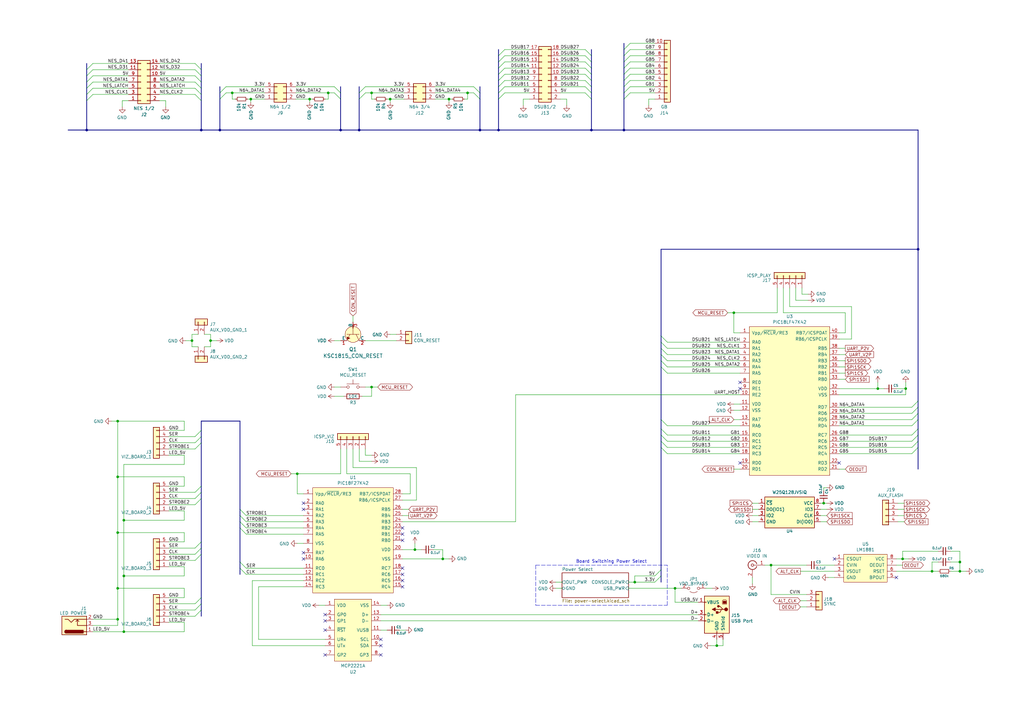
<source format=kicad_sch>
(kicad_sch (version 20211123) (generator eeschema)
  (paper "A3")
  (junction (at 300.99 128.27))
  (junction (at 48.26 195.58))
  (junction (at 102.87 40.64))
  (junction (at 48.26 172.72))
  (junction (at 242.57 53.34))
  (junction (at 260.35 238.76))
  (junction (at 191.77 38.1))
  (junction (at 50.8 259.08))
  (junction (at 147.32 53.34))
  (junction (at 48.26 241.3))
  (junction (at 337.82 206.375))
  (junction (at 276.86 241.3))
  (junction (at 184.15 40.64))
  (junction (at 371.475 159.385))
  (junction (at 393.7 230.505))
  (junction (at 152.4 38.1))
  (junction (at 152.4 158.75))
  (junction (at 86.36 139.7))
  (junction (at 316.23 231.775))
  (junction (at 121.92 194.31))
  (junction (at 204.47 53.34))
  (junction (at 255.905 53.34))
  (junction (at 181.61 229.235))
  (junction (at 376.555 102.235))
  (junction (at 170.18 225.425))
  (junction (at 127 40.64))
  (junction (at 139.7 53.34))
  (junction (at 50.8 236.22))
  (junction (at 82.55 53.34))
  (junction (at 35.56 53.34))
  (junction (at 360.045 159.385))
  (junction (at 48.26 254))
  (junction (at 50.8 213.36))
  (junction (at 160.02 40.64))
  (junction (at 393.7 234.315))
  (junction (at 48.26 218.44))
  (junction (at 382.27 234.315))
  (junction (at 90.17 53.34))
  (junction (at 134.62 38.1))
  (junction (at 95.25 38.1))
  (junction (at 78.74 139.7))
  (junction (at 370.205 229.235))
  (junction (at 294.005 264.795))
  (junction (at 196.85 53.34))
  (no_connect (at 124.46 206.375))
  (no_connect (at 156.21 268.605))
  (no_connect (at 156.21 264.795))
  (no_connect (at 124.46 226.695))
  (no_connect (at 133.35 258.445))
  (no_connect (at 344.17 189.865))
  (no_connect (at 165.1 235.585))
  (no_connect (at 303.53 189.865))
  (no_connect (at 133.35 254.635))
  (no_connect (at 124.46 208.915))
  (no_connect (at 133.35 268.605))
  (no_connect (at 165.1 238.125))
  (no_connect (at 303.53 159.385))
  (no_connect (at 165.1 233.045))
  (no_connect (at 124.46 229.235))
  (no_connect (at 165.1 221.615))
  (no_connect (at 342.265 229.235))
  (no_connect (at 165.1 216.535))
  (no_connect (at 165.1 240.665))
  (no_connect (at 367.665 236.855))
  (no_connect (at 303.53 156.845))
  (no_connect (at 156.21 262.255))
  (no_connect (at 133.35 252.095))
  (no_connect (at 165.1 219.075))
  (bus_entry (at 80.01 224.79) (size 2.54 -2.54))
  (bus_entry (at 240.03 22.86) (size 2.54 2.54))
  (bus_entry (at 376.555 178.435) (size -2.54 2.54))
  (bus_entry (at 240.03 38.1) (size 2.54 2.54))
  (bus_entry (at 38.1 38.735) (size -2.54 2.54))
  (bus_entry (at 240.03 20.32) (size 2.54 2.54))
  (bus_entry (at 80.01 184.15) (size 2.54 -2.54))
  (bus_entry (at 207.01 35.56) (size -2.54 2.54))
  (bus_entry (at 80.01 229.87) (size 2.54 -2.54))
  (bus_entry (at 207.01 20.32) (size -2.54 2.54))
  (bus_entry (at 92.71 35.56) (size -2.54 2.54))
  (bus_entry (at 98.425 216.535) (size 2.54 2.54))
  (bus_entry (at 38.1 36.195) (size -2.54 2.54))
  (bus_entry (at 80.01 204.47) (size 2.54 -2.54))
  (bus_entry (at 258.445 35.56) (size -2.54 2.54))
  (bus_entry (at 271.145 145.415) (size 2.54 2.54))
  (bus_entry (at 240.03 35.56) (size 2.54 2.54))
  (bus_entry (at 207.01 25.4) (size -2.54 2.54))
  (bus_entry (at 376.555 164.465) (size -2.54 2.54))
  (bus_entry (at 137.16 38.1) (size 2.54 2.54))
  (bus_entry (at 271.145 137.795) (size 2.54 2.54))
  (bus_entry (at 258.445 33.02) (size -2.54 2.54))
  (bus_entry (at 271.145 233.68) (size -2.54 2.54))
  (bus_entry (at 80.01 33.655) (size 2.54 2.54))
  (bus_entry (at 80.01 227.33) (size 2.54 -2.54))
  (bus_entry (at 207.01 33.02) (size -2.54 2.54))
  (bus_entry (at 271.145 172.085) (size 2.54 2.54))
  (bus_entry (at 376.555 175.895) (size -2.54 2.54))
  (bus_entry (at 376.555 167.005) (size -2.54 2.54))
  (bus_entry (at 207.01 27.94) (size -2.54 2.54))
  (bus_entry (at 376.555 183.515) (size -2.54 2.54))
  (bus_entry (at 258.445 38.1) (size -2.54 2.54))
  (bus_entry (at 207.01 30.48) (size -2.54 2.54))
  (bus_entry (at 194.31 35.56) (size 2.54 2.54))
  (bus_entry (at 80.01 28.575) (size 2.54 2.54))
  (bus_entry (at 80.01 26.035) (size 2.54 2.54))
  (bus_entry (at 100.965 233.045) (size -2.54 -2.54))
  (bus_entry (at 80.01 36.195) (size 2.54 2.54))
  (bus_entry (at 38.1 28.575) (size -2.54 2.54))
  (bus_entry (at 80.01 38.735) (size 2.54 2.54))
  (bus_entry (at 271.145 175.895) (size 2.54 2.54))
  (bus_entry (at 80.01 247.65) (size 2.54 -2.54))
  (bus_entry (at 80.01 250.19) (size 2.54 -2.54))
  (bus_entry (at 271.145 178.435) (size 2.54 2.54))
  (bus_entry (at 38.1 31.115) (size -2.54 2.54))
  (bus_entry (at 271.145 147.955) (size 2.54 2.54))
  (bus_entry (at 258.445 20.32) (size -2.54 2.54))
  (bus_entry (at 271.145 183.515) (size 2.54 2.54))
  (bus_entry (at 80.01 252.73) (size 2.54 -2.54))
  (bus_entry (at 271.145 140.335) (size 2.54 2.54))
  (bus_entry (at 149.86 38.1) (size -2.54 2.54))
  (bus_entry (at 271.145 150.495) (size 2.54 2.54))
  (bus_entry (at 207.01 22.86) (size -2.54 2.54))
  (bus_entry (at 240.03 30.48) (size 2.54 2.54))
  (bus_entry (at 207.01 38.1) (size -2.54 2.54))
  (bus_entry (at 38.1 26.035) (size -2.54 2.54))
  (bus_entry (at 137.16 35.56) (size 2.54 2.54))
  (bus_entry (at 258.445 30.48) (size -2.54 2.54))
  (bus_entry (at 92.71 38.1) (size -2.54 2.54))
  (bus_entry (at 376.555 172.085) (size -2.54 2.54))
  (bus_entry (at 149.86 35.56) (size -2.54 2.54))
  (bus_entry (at 38.1 33.655) (size -2.54 2.54))
  (bus_entry (at 376.555 180.975) (size -2.54 2.54))
  (bus_entry (at 271.145 142.875) (size 2.54 2.54))
  (bus_entry (at 98.425 208.915) (size 2.54 2.54))
  (bus_entry (at 258.445 17.78) (size -2.54 2.54))
  (bus_entry (at 258.445 27.94) (size -2.54 2.54))
  (bus_entry (at 258.445 22.86) (size -2.54 2.54))
  (bus_entry (at 80.01 201.93) (size 2.54 -2.54))
  (bus_entry (at 80.01 31.115) (size 2.54 2.54))
  (bus_entry (at 194.31 38.1) (size 2.54 2.54))
  (bus_entry (at 271.145 180.975) (size 2.54 2.54))
  (bus_entry (at 98.425 213.995) (size 2.54 2.54))
  (bus_entry (at 240.03 25.4) (size 2.54 2.54))
  (bus_entry (at 258.445 25.4) (size -2.54 2.54))
  (bus_entry (at 240.03 33.02) (size 2.54 2.54))
  (bus_entry (at 80.01 179.07) (size 2.54 -2.54))
  (bus_entry (at 80.01 181.61) (size 2.54 -2.54))
  (bus_entry (at 98.425 211.455) (size 2.54 2.54))
  (bus_entry (at 80.01 207.01) (size 2.54 -2.54))
  (bus_entry (at 271.145 236.22) (size -2.54 2.54))
  (bus_entry (at 376.555 169.545) (size -2.54 2.54))
  (bus_entry (at 100.965 235.585) (size -2.54 -2.54))
  (bus_entry (at 240.03 27.94) (size 2.54 2.54))
  (bus (pts (xy 242.57 35.56) (xy 242.57 38.1)))
  (bus (pts (xy 35.56 26.035) (xy 35.56 28.575)))
  (bus (pts (xy 82.55 176.53) (xy 82.55 179.07)))
  (wire (pts (xy 273.685 183.515) (xy 303.53 183.515)))
  (wire (pts (xy 148.59 162.56) (xy 152.4 162.56)))
  (wire (pts (xy 140.97 162.56) (xy 137.16 162.56)))
  (bus (pts (xy 271.145 236.22) (xy 271.145 238.76)))
  (wire (pts (xy 268.605 27.94) (xy 258.445 27.94)))
  (wire (pts (xy 78.74 139.7) (xy 78.74 142.24)))
  (bus (pts (xy 376.555 183.515) (xy 376.555 192.405)))
  (wire (pts (xy 217.17 33.02) (xy 207.01 33.02)))
  (bus (pts (xy 242.57 33.02) (xy 242.57 35.56)))
  (wire (pts (xy 344.17 153.035) (xy 346.71 153.035)))
  (wire (pts (xy 268.605 25.4) (xy 258.445 25.4)))
  (wire (pts (xy 217.17 25.4) (xy 207.01 25.4)))
  (wire (pts (xy 134.62 40.64) (xy 134.62 38.1)))
  (wire (pts (xy 316.23 231.775) (xy 316.23 243.84)))
  (bus (pts (xy 147.32 53.34) (xy 196.85 53.34)))
  (wire (pts (xy 367.665 159.385) (xy 371.475 159.385)))
  (wire (pts (xy 124.46 219.075) (xy 100.965 219.075)))
  (wire (pts (xy 52.705 31.115) (xy 38.1 31.115)))
  (wire (pts (xy 65.405 33.655) (xy 80.01 33.655)))
  (wire (pts (xy 328.93 120.65) (xy 331.47 120.65)))
  (bus (pts (xy 376.555 164.465) (xy 376.555 167.005)))
  (wire (pts (xy 52.705 26.035) (xy 38.1 26.035)))
  (wire (pts (xy 75.565 195.58) (xy 48.26 195.58)))
  (wire (pts (xy 276.86 247.015) (xy 276.86 241.3)))
  (wire (pts (xy 75.565 176.53) (xy 75.565 172.72)))
  (bus (pts (xy 271.145 175.895) (xy 271.145 178.435)))
  (wire (pts (xy 75.565 255.27) (xy 75.565 259.08)))
  (wire (pts (xy 268.605 22.86) (xy 258.445 22.86)))
  (wire (pts (xy 229.87 38.1) (xy 240.03 38.1)))
  (wire (pts (xy 96.52 40.64) (xy 95.25 40.64)))
  (wire (pts (xy 273.685 186.055) (xy 303.53 186.055)))
  (wire (pts (xy 165.1 229.235) (xy 181.61 229.235)))
  (wire (pts (xy 370.84 206.375) (xy 368.3 206.375)))
  (bus (pts (xy 271.145 183.515) (xy 271.145 233.68)))
  (wire (pts (xy 268.605 17.78) (xy 258.445 17.78)))
  (bus (pts (xy 204.47 40.64) (xy 204.47 53.34)))
  (bus (pts (xy 271.145 102.235) (xy 271.145 137.795)))
  (wire (pts (xy 127 40.64) (xy 121.285 40.64)))
  (bus (pts (xy 82.55 181.61) (xy 82.55 199.39)))
  (wire (pts (xy 166.37 258.445) (xy 163.83 258.445)))
  (bus (pts (xy 255.905 30.48) (xy 255.905 33.02)))
  (bus (pts (xy 35.56 41.275) (xy 35.56 53.34)))
  (wire (pts (xy 328.93 120.65) (xy 328.93 118.11)))
  (wire (pts (xy 393.7 230.505) (xy 393.7 234.315)))
  (wire (pts (xy 168.275 194.31) (xy 142.24 194.31)))
  (wire (pts (xy 149.86 186.69) (xy 149.86 184.15)))
  (wire (pts (xy 330.835 246.38) (xy 328.295 246.38)))
  (wire (pts (xy 75.565 199.39) (xy 75.565 195.58)))
  (polyline (pts (xy 219.71 248.285) (xy 273.685 248.285)) (stroke (width 0) (type dash)))
  (bus (pts (xy 82.55 172.72) (xy 98.425 172.72)))
  (bus (pts (xy 242.57 20.32) (xy 242.57 22.86)))
  (wire (pts (xy 86.36 139.7) (xy 88.9 139.7)))
  (wire (pts (xy 217.17 40.64) (xy 214.63 40.64)))
  (wire (pts (xy 48.26 195.58) (xy 48.26 218.44)))
  (wire (pts (xy 184.15 40.64) (xy 178.435 40.64)))
  (wire (pts (xy 100.965 211.455) (xy 124.46 211.455)))
  (bus (pts (xy 82.55 172.72) (xy 82.55 176.53)))
  (wire (pts (xy 374.015 174.625) (xy 344.17 174.625)))
  (wire (pts (xy 86.36 137.16) (xy 86.36 139.7)))
  (bus (pts (xy 242.57 40.64) (xy 242.57 53.34)))
  (bus (pts (xy 35.56 38.735) (xy 35.56 41.275)))
  (wire (pts (xy 130.81 248.285) (xy 133.35 248.285)))
  (bus (pts (xy 98.425 211.455) (xy 98.425 213.995)))
  (wire (pts (xy 50.165 43.815) (xy 50.165 41.275)))
  (wire (pts (xy 344.17 159.385) (xy 360.045 159.385)))
  (wire (pts (xy 303.53 168.275) (xy 300.99 168.275)))
  (wire (pts (xy 69.215 179.07) (xy 80.01 179.07)))
  (wire (pts (xy 52.705 41.275) (xy 50.165 41.275)))
  (wire (pts (xy 142.24 194.31) (xy 142.24 184.15)))
  (bus (pts (xy 139.7 53.34) (xy 147.32 53.34)))
  (wire (pts (xy 156.21 248.285) (xy 158.75 248.285)))
  (wire (pts (xy 86.36 142.24) (xy 86.36 139.7)))
  (bus (pts (xy 82.55 41.275) (xy 82.55 53.34)))
  (wire (pts (xy 139.7 139.7) (xy 137.16 139.7)))
  (bus (pts (xy 242.57 53.34) (xy 255.905 53.34)))
  (wire (pts (xy 229.87 40.64) (xy 232.41 40.64)))
  (bus (pts (xy 90.17 35.56) (xy 90.17 38.1)))
  (wire (pts (xy 75.565 190.5) (xy 50.8 190.5)))
  (wire (pts (xy 121.92 202.565) (xy 124.46 202.565)))
  (bus (pts (xy 147.32 38.1) (xy 147.32 40.64)))
  (wire (pts (xy 273.685 178.435) (xy 303.53 178.435)))
  (bus (pts (xy 376.555 169.545) (xy 376.555 172.085)))
  (wire (pts (xy 260.35 238.76) (xy 260.35 236.22)))
  (bus (pts (xy 82.55 36.195) (xy 82.55 38.735)))
  (wire (pts (xy 139.7 194.31) (xy 139.7 184.15)))
  (wire (pts (xy 367.665 229.235) (xy 370.205 229.235)))
  (wire (pts (xy 370.205 229.235) (xy 372.745 229.235)))
  (bus (pts (xy 204.47 25.4) (xy 204.47 27.94)))
  (wire (pts (xy 165.1 205.105) (xy 170.815 205.105)))
  (bus (pts (xy 376.555 53.34) (xy 376.555 102.235)))
  (wire (pts (xy 393.7 234.315) (xy 389.89 234.315)))
  (wire (pts (xy 374.015 178.435) (xy 344.17 178.435)))
  (wire (pts (xy 78.74 137.16) (xy 81.28 137.16)))
  (wire (pts (xy 106.045 262.255) (xy 106.045 240.665)))
  (wire (pts (xy 368.3 211.455) (xy 370.84 211.455)))
  (wire (pts (xy 144.78 191.77) (xy 144.78 184.15)))
  (wire (pts (xy 167.64 211.455) (xy 165.1 211.455)))
  (wire (pts (xy 374.015 167.005) (xy 344.17 167.005)))
  (wire (pts (xy 368.3 213.995) (xy 370.84 213.995)))
  (wire (pts (xy 374.015 183.515) (xy 344.17 183.515)))
  (wire (pts (xy 170.815 191.77) (xy 144.78 191.77)))
  (wire (pts (xy 217.17 22.86) (xy 207.01 22.86)))
  (wire (pts (xy 149.86 139.7) (xy 162.56 139.7)))
  (bus (pts (xy 82.55 201.93) (xy 82.55 204.47)))
  (wire (pts (xy 119.38 194.31) (xy 121.92 194.31)))
  (wire (pts (xy 160.02 40.64) (xy 165.735 40.64)))
  (wire (pts (xy 65.405 31.115) (xy 80.01 31.115)))
  (wire (pts (xy 75.565 232.41) (xy 75.565 236.22)))
  (wire (pts (xy 69.215 201.93) (xy 80.01 201.93)))
  (bus (pts (xy 35.56 33.655) (xy 35.56 36.195)))
  (bus (pts (xy 82.55 38.735) (xy 82.55 41.275)))
  (wire (pts (xy 232.41 43.18) (xy 232.41 40.64)))
  (bus (pts (xy 82.55 26.035) (xy 82.55 28.575)))
  (bus (pts (xy 196.85 38.1) (xy 196.85 40.64)))
  (wire (pts (xy 156.21 258.445) (xy 158.75 258.445)))
  (bus (pts (xy 376.555 180.975) (xy 376.555 183.515)))
  (wire (pts (xy 75.565 241.3) (xy 48.26 241.3)))
  (wire (pts (xy 184.15 40.64) (xy 184.15 41.91)))
  (bus (pts (xy 271.145 140.335) (xy 271.145 142.875)))
  (wire (pts (xy 100.965 235.585) (xy 124.46 235.585)))
  (wire (pts (xy 374.015 180.975) (xy 344.17 180.975)))
  (wire (pts (xy 360.045 156.845) (xy 360.045 159.385)))
  (bus (pts (xy 98.425 208.915) (xy 98.425 211.455)))
  (bus (pts (xy 204.47 30.48) (xy 204.47 33.02)))
  (wire (pts (xy 78.74 139.7) (xy 76.2 139.7)))
  (wire (pts (xy 268.605 35.56) (xy 258.445 35.56)))
  (bus (pts (xy 139.7 35.56) (xy 139.7 38.1)))
  (wire (pts (xy 298.45 128.27) (xy 300.99 128.27)))
  (wire (pts (xy 273.685 174.625) (xy 303.53 174.625)))
  (bus (pts (xy 376.555 175.895) (xy 376.555 178.435)))
  (wire (pts (xy 344.17 150.495) (xy 346.71 150.495)))
  (wire (pts (xy 121.92 222.885) (xy 124.46 222.885)))
  (wire (pts (xy 165.735 38.1) (xy 152.4 38.1)))
  (bus (pts (xy 255.905 33.02) (xy 255.905 35.56)))
  (bus (pts (xy 82.55 33.655) (xy 82.55 36.195)))
  (wire (pts (xy 389.89 230.505) (xy 393.7 230.505)))
  (wire (pts (xy 294.005 262.255) (xy 294.005 264.795)))
  (wire (pts (xy 124.46 213.995) (xy 100.965 213.995)))
  (wire (pts (xy 346.71 142.875) (xy 344.17 142.875)))
  (wire (pts (xy 75.565 218.44) (xy 48.26 218.44)))
  (wire (pts (xy 83.82 142.24) (xy 86.36 142.24)))
  (wire (pts (xy 260.35 238.76) (xy 268.605 238.76)))
  (wire (pts (xy 227.965 241.3) (xy 230.505 241.3)))
  (wire (pts (xy 139.7 158.75) (xy 137.16 158.75)))
  (wire (pts (xy 296.545 264.795) (xy 296.545 262.255)))
  (wire (pts (xy 217.17 20.32) (xy 207.01 20.32)))
  (wire (pts (xy 48.26 256.54) (xy 48.26 254)))
  (wire (pts (xy 382.27 234.315) (xy 367.665 234.315)))
  (wire (pts (xy 127 40.64) (xy 127 41.91)))
  (bus (pts (xy 82.55 227.33) (xy 82.55 245.11)))
  (bus (pts (xy 90.17 40.64) (xy 90.17 53.34)))
  (wire (pts (xy 102.87 40.64) (xy 102.87 41.91)))
  (wire (pts (xy 342.265 236.855) (xy 339.725 236.855)))
  (wire (pts (xy 318.77 128.27) (xy 318.77 118.11)))
  (wire (pts (xy 165.1 208.915) (xy 167.64 208.915)))
  (wire (pts (xy 170.18 225.425) (xy 172.72 225.425)))
  (wire (pts (xy 128.27 40.64) (xy 127 40.64)))
  (wire (pts (xy 65.405 36.195) (xy 80.01 36.195)))
  (bus (pts (xy 98.425 233.045) (xy 98.425 235.585)))
  (wire (pts (xy 217.17 30.48) (xy 207.01 30.48)))
  (bus (pts (xy 196.85 40.64) (xy 196.85 53.34)))
  (wire (pts (xy 75.565 236.22) (xy 50.8 236.22)))
  (wire (pts (xy 69.215 255.27) (xy 75.565 255.27)))
  (wire (pts (xy 156.21 252.095) (xy 286.385 252.095)))
  (wire (pts (xy 370.205 226.06) (xy 384.81 226.06)))
  (wire (pts (xy 370.205 229.235) (xy 370.205 226.06)))
  (wire (pts (xy 300.99 192.405) (xy 303.53 192.405)))
  (wire (pts (xy 100.965 216.535) (xy 124.46 216.535)))
  (wire (pts (xy 124.46 233.045) (xy 100.965 233.045)))
  (wire (pts (xy 308.61 213.995) (xy 311.15 213.995)))
  (wire (pts (xy 384.81 230.505) (xy 382.27 230.505)))
  (wire (pts (xy 178.435 38.1) (xy 191.77 38.1)))
  (wire (pts (xy 389.89 226.06) (xy 393.7 226.06)))
  (wire (pts (xy 393.7 226.06) (xy 393.7 230.505)))
  (wire (pts (xy 75.565 213.36) (xy 50.8 213.36)))
  (wire (pts (xy 133.35 262.255) (xy 106.045 262.255)))
  (bus (pts (xy 82.55 222.25) (xy 82.55 224.79)))
  (wire (pts (xy 289.56 241.3) (xy 292.1 241.3)))
  (bus (pts (xy 376.555 102.235) (xy 376.555 164.465)))
  (wire (pts (xy 326.39 123.19) (xy 326.39 118.11)))
  (bus (pts (xy 98.425 216.535) (xy 98.425 230.505)))
  (wire (pts (xy 78.74 142.24) (xy 81.28 142.24)))
  (wire (pts (xy 156.21 254.635) (xy 286.385 254.635)))
  (wire (pts (xy 144.78 129.54) (xy 144.78 132.08)))
  (wire (pts (xy 344.17 139.065) (xy 349.25 139.065)))
  (wire (pts (xy 229.87 30.48) (xy 240.03 30.48)))
  (bus (pts (xy 196.85 35.56) (xy 196.85 38.1)))
  (wire (pts (xy 69.215 250.19) (xy 80.01 250.19)))
  (wire (pts (xy 229.87 27.94) (xy 240.03 27.94)))
  (bus (pts (xy 242.57 25.4) (xy 242.57 27.94)))
  (bus (pts (xy 82.55 53.34) (xy 90.17 53.34)))
  (wire (pts (xy 52.705 38.735) (xy 38.1 38.735)))
  (wire (pts (xy 38.1 259.08) (xy 50.8 259.08)))
  (wire (pts (xy 382.27 230.505) (xy 382.27 234.315)))
  (wire (pts (xy 69.215 222.25) (xy 75.565 222.25)))
  (wire (pts (xy 336.55 206.375) (xy 337.82 206.375)))
  (bus (pts (xy 242.57 38.1) (xy 242.57 40.64)))
  (bus (pts (xy 82.55 204.47) (xy 82.55 222.25)))
  (wire (pts (xy 291.465 264.795) (xy 294.005 264.795)))
  (wire (pts (xy 78.74 137.16) (xy 78.74 139.7)))
  (bus (pts (xy 242.57 27.94) (xy 242.57 30.48)))
  (wire (pts (xy 52.705 33.655) (xy 38.1 33.655)))
  (wire (pts (xy 69.215 184.15) (xy 80.01 184.15)))
  (wire (pts (xy 52.705 36.195) (xy 38.1 36.195)))
  (wire (pts (xy 257.81 238.76) (xy 260.35 238.76)))
  (wire (pts (xy 273.685 150.495) (xy 303.53 150.495)))
  (wire (pts (xy 75.565 172.72) (xy 48.26 172.72)))
  (bus (pts (xy 82.55 199.39) (xy 82.55 201.93)))
  (wire (pts (xy 38.1 256.54) (xy 48.26 256.54)))
  (bus (pts (xy 82.55 31.115) (xy 82.55 33.655)))
  (wire (pts (xy 38.1 254) (xy 48.26 254)))
  (wire (pts (xy 337.82 201.295) (xy 337.82 200.025)))
  (wire (pts (xy 121.285 38.1) (xy 134.62 38.1)))
  (wire (pts (xy 75.565 245.11) (xy 75.565 241.3)))
  (wire (pts (xy 165.1 213.995) (xy 211.455 213.995)))
  (wire (pts (xy 344.17 136.525) (xy 346.71 136.525)))
  (wire (pts (xy 48.26 218.44) (xy 48.26 241.3)))
  (bus (pts (xy 255.905 53.34) (xy 376.555 53.34)))
  (bus (pts (xy 255.905 40.64) (xy 255.905 53.34)))
  (bus (pts (xy 139.7 38.1) (xy 139.7 40.64)))
  (wire (pts (xy 266.065 43.18) (xy 266.065 40.64)))
  (wire (pts (xy 121.92 194.31) (xy 121.92 202.565)))
  (wire (pts (xy 108.585 35.56) (xy 92.71 35.56)))
  (bus (pts (xy 255.905 20.32) (xy 255.905 22.86)))
  (wire (pts (xy 323.85 125.73) (xy 323.85 118.11)))
  (wire (pts (xy 101.6 40.64) (xy 102.87 40.64)))
  (bus (pts (xy 376.555 167.005) (xy 376.555 169.545)))
  (wire (pts (xy 374.015 186.055) (xy 344.17 186.055)))
  (bus (pts (xy 204.47 35.56) (xy 204.47 38.1)))
  (wire (pts (xy 344.17 161.925) (xy 371.475 161.925)))
  (bus (pts (xy 204.47 33.02) (xy 204.47 35.56)))
  (wire (pts (xy 162.56 137.16) (xy 160.02 137.16)))
  (wire (pts (xy 330.835 248.92) (xy 328.295 248.92)))
  (bus (pts (xy 82.55 28.575) (xy 82.55 31.115)))
  (wire (pts (xy 268.605 30.48) (xy 258.445 30.48)))
  (bus (pts (xy 255.905 17.78) (xy 255.905 20.32)))
  (wire (pts (xy 300.99 136.525) (xy 303.53 136.525)))
  (wire (pts (xy 273.685 180.975) (xy 303.53 180.975)))
  (wire (pts (xy 368.3 208.915) (xy 370.84 208.915)))
  (wire (pts (xy 217.17 38.1) (xy 207.01 38.1)))
  (bus (pts (xy 82.55 224.79) (xy 82.55 227.33)))
  (wire (pts (xy 273.685 145.415) (xy 303.53 145.415)))
  (wire (pts (xy 95.25 40.64) (xy 95.25 38.1)))
  (wire (pts (xy 45.72 172.72) (xy 48.26 172.72)))
  (wire (pts (xy 311.15 208.915) (xy 308.61 208.915)))
  (wire (pts (xy 152.4 162.56) (xy 152.4 158.75)))
  (wire (pts (xy 273.685 140.335) (xy 303.53 140.335)))
  (bus (pts (xy 98.425 172.72) (xy 98.425 208.915)))
  (wire (pts (xy 152.4 38.1) (xy 149.86 38.1)))
  (wire (pts (xy 177.8 225.425) (xy 181.61 225.425)))
  (wire (pts (xy 133.35 264.795) (xy 103.505 264.795)))
  (wire (pts (xy 336.55 211.455) (xy 339.09 211.455)))
  (wire (pts (xy 152.4 186.69) (xy 149.86 186.69)))
  (wire (pts (xy 168.275 202.565) (xy 168.275 194.31)))
  (wire (pts (xy 191.77 38.1) (xy 194.31 38.1)))
  (wire (pts (xy 371.475 159.385) (xy 371.475 161.925)))
  (wire (pts (xy 69.215 252.73) (xy 80.01 252.73)))
  (wire (pts (xy 185.42 40.64) (xy 184.15 40.64)))
  (wire (pts (xy 190.5 40.64) (xy 191.77 40.64)))
  (wire (pts (xy 83.82 137.16) (xy 86.36 137.16)))
  (wire (pts (xy 316.23 231.775) (xy 330.835 231.775)))
  (wire (pts (xy 217.17 27.94) (xy 207.01 27.94)))
  (wire (pts (xy 69.215 209.55) (xy 75.565 209.55)))
  (bus (pts (xy 376.555 178.435) (xy 376.555 180.975)))
  (wire (pts (xy 342.265 234.315) (xy 328.295 234.315)))
  (bus (pts (xy 271.145 178.435) (xy 271.145 180.975)))
  (wire (pts (xy 108.585 38.1) (xy 95.25 38.1)))
  (wire (pts (xy 152.4 158.75) (xy 149.86 158.75)))
  (bus (pts (xy 82.55 245.11) (xy 82.55 247.65)))
  (wire (pts (xy 191.77 40.64) (xy 191.77 38.1)))
  (wire (pts (xy 158.75 40.64) (xy 160.02 40.64)))
  (wire (pts (xy 268.605 38.1) (xy 258.445 38.1)))
  (bus (pts (xy 271.145 145.415) (xy 271.145 147.955)))
  (wire (pts (xy 69.215 245.11) (xy 75.565 245.11)))
  (wire (pts (xy 69.215 204.47) (xy 80.01 204.47)))
  (wire (pts (xy 229.87 33.02) (xy 240.03 33.02)))
  (wire (pts (xy 133.35 40.64) (xy 134.62 40.64)))
  (bus (pts (xy 147.32 40.64) (xy 147.32 53.34)))
  (wire (pts (xy 134.62 38.1) (xy 137.16 38.1)))
  (wire (pts (xy 335.915 231.775) (xy 342.265 231.775)))
  (wire (pts (xy 268.605 236.22) (xy 260.35 236.22)))
  (wire (pts (xy 95.25 38.1) (xy 92.71 38.1)))
  (wire (pts (xy 229.87 22.86) (xy 240.03 22.86)))
  (wire (pts (xy 48.26 172.72) (xy 48.26 195.58)))
  (wire (pts (xy 273.685 147.955) (xy 303.53 147.955)))
  (wire (pts (xy 229.87 20.32) (xy 240.03 20.32)))
  (wire (pts (xy 349.25 125.73) (xy 323.85 125.73)))
  (wire (pts (xy 273.685 142.875) (xy 303.53 142.875)))
  (wire (pts (xy 337.82 200.025) (xy 339.09 200.025)))
  (bus (pts (xy 271.145 137.795) (xy 271.145 140.335)))
  (polyline (pts (xy 273.685 248.285) (xy 273.685 231.775)) (stroke (width 0) (type dash)))
  (wire (pts (xy 346.71 147.955) (xy 344.17 147.955)))
  (wire (pts (xy 374.015 172.085) (xy 344.17 172.085)))
  (wire (pts (xy 160.02 40.64) (xy 160.02 41.91)))
  (bus (pts (xy 204.47 38.1) (xy 204.47 40.64)))
  (wire (pts (xy 106.045 240.665) (xy 124.46 240.665)))
  (wire (pts (xy 268.605 20.32) (xy 258.445 20.32)))
  (wire (pts (xy 69.215 224.79) (xy 80.01 224.79)))
  (wire (pts (xy 300.99 165.735) (xy 303.53 165.735)))
  (bus (pts (xy 90.17 53.34) (xy 139.7 53.34)))
  (wire (pts (xy 50.8 236.22) (xy 50.8 259.08)))
  (wire (pts (xy 336.55 208.915) (xy 339.09 208.915)))
  (bus (pts (xy 255.905 27.94) (xy 255.905 30.48)))
  (wire (pts (xy 303.53 172.085) (xy 300.99 172.085)))
  (bus (pts (xy 35.56 36.195) (xy 35.56 38.735)))
  (wire (pts (xy 121.92 194.31) (xy 139.7 194.31)))
  (bus (pts (xy 147.32 35.56) (xy 147.32 38.1)))
  (wire (pts (xy 102.87 40.64) (xy 108.585 40.64)))
  (wire (pts (xy 349.25 139.065) (xy 349.25 125.73)))
  (wire (pts (xy 152.4 189.23) (xy 147.32 189.23)))
  (wire (pts (xy 121.285 35.56) (xy 137.16 35.56)))
  (wire (pts (xy 69.215 207.01) (xy 80.01 207.01)))
  (wire (pts (xy 69.215 176.53) (xy 75.565 176.53)))
  (wire (pts (xy 360.045 159.385) (xy 362.585 159.385)))
  (wire (pts (xy 276.86 241.3) (xy 279.4 241.3)))
  (wire (pts (xy 276.86 241.3) (xy 257.81 241.3)))
  (wire (pts (xy 211.455 161.925) (xy 211.455 213.995)))
  (wire (pts (xy 65.405 28.575) (xy 80.01 28.575)))
  (polyline (pts (xy 219.71 231.775) (xy 273.685 231.775)) (stroke (width 0) (type dash)))
  (bus (pts (xy 271.145 142.875) (xy 271.145 145.415)))
  (wire (pts (xy 184.15 229.235) (xy 181.61 229.235)))
  (bus (pts (xy 204.47 53.34) (xy 242.57 53.34)))
  (bus (pts (xy 27.94 53.34) (xy 35.56 53.34)))
  (wire (pts (xy 229.87 25.4) (xy 240.03 25.4)))
  (bus (pts (xy 35.56 53.34) (xy 82.55 53.34)))
  (bus (pts (xy 196.85 53.34) (xy 204.47 53.34)))
  (bus (pts (xy 82.55 250.19) (xy 82.55 252.73)))
  (wire (pts (xy 69.215 227.33) (xy 80.01 227.33)))
  (bus (pts (xy 90.17 38.1) (xy 90.17 40.64)))
  (wire (pts (xy 393.7 234.315) (xy 396.24 234.315)))
  (bus (pts (xy 271.145 150.495) (xy 271.145 172.085)))
  (wire (pts (xy 268.605 40.64) (xy 266.065 40.64)))
  (wire (pts (xy 147.32 189.23) (xy 147.32 184.15)))
  (wire (pts (xy 75.565 209.55) (xy 75.565 213.36)))
  (wire (pts (xy 382.27 234.315) (xy 384.81 234.315)))
  (bus (pts (xy 98.425 230.505) (xy 98.425 233.045)))
  (wire (pts (xy 311.15 211.455) (xy 308.61 211.455)))
  (bus (pts (xy 255.905 35.56) (xy 255.905 38.1)))
  (bus (pts (xy 271.145 172.085) (xy 271.145 175.895)))
  (wire (pts (xy 52.705 28.575) (xy 38.1 28.575)))
  (wire (pts (xy 273.685 153.035) (xy 303.53 153.035)))
  (wire (pts (xy 69.215 181.61) (xy 80.01 181.61)))
  (wire (pts (xy 65.405 41.275) (xy 67.945 41.275)))
  (wire (pts (xy 165.1 202.565) (xy 168.275 202.565)))
  (wire (pts (xy 276.86 247.015) (xy 286.385 247.015)))
  (wire (pts (xy 337.82 206.375) (xy 339.09 206.375)))
  (wire (pts (xy 69.215 232.41) (xy 75.565 232.41)))
  (wire (pts (xy 211.455 161.925) (xy 303.53 161.925)))
  (bus (pts (xy 376.555 172.085) (xy 376.555 175.895)))
  (bus (pts (xy 255.905 22.86) (xy 255.905 25.4)))
  (wire (pts (xy 339.09 213.995) (xy 336.55 213.995)))
  (bus (pts (xy 82.55 179.07) (xy 82.55 181.61)))
  (wire (pts (xy 170.18 222.885) (xy 170.18 225.425)))
  (wire (pts (xy 67.945 41.275) (xy 67.945 43.815)))
  (bus (pts (xy 35.56 31.115) (xy 35.56 33.655)))
  (wire (pts (xy 170.815 205.105) (xy 170.815 191.77)))
  (bus (pts (xy 271.145 233.68) (xy 271.145 236.22)))
  (wire (pts (xy 69.215 199.39) (xy 75.565 199.39)))
  (wire (pts (xy 103.505 264.795) (xy 103.505 238.125)))
  (wire (pts (xy 229.87 35.56) (xy 240.03 35.56)))
  (wire (pts (xy 103.505 238.125) (xy 124.46 238.125)))
  (wire (pts (xy 214.63 43.18) (xy 214.63 40.64)))
  (bus (pts (xy 82.55 247.65) (xy 82.55 250.19)))
  (wire (pts (xy 48.26 241.3) (xy 48.26 254)))
  (bus (pts (xy 271.145 147.955) (xy 271.145 150.495)))
  (wire (pts (xy 69.215 186.69) (xy 75.565 186.69)))
  (wire (pts (xy 374.015 169.545) (xy 344.17 169.545)))
  (wire (pts (xy 50.8 213.36) (xy 50.8 236.22)))
  (wire (pts (xy 321.31 128.27) (xy 321.31 118.11)))
  (wire (pts (xy 75.565 186.69) (xy 75.565 190.5)))
  (wire (pts (xy 316.23 243.84) (xy 330.835 243.84)))
  (bus (pts (xy 98.425 213.995) (xy 98.425 216.535)))
  (wire (pts (xy 371.475 156.845) (xy 371.475 159.385)))
  (wire (pts (xy 308.61 206.375) (xy 311.15 206.375)))
  (bus (pts (xy 204.47 27.94) (xy 204.47 30.48)))
  (bus (pts (xy 35.56 28.575) (xy 35.56 31.115)))
  (wire (pts (xy 69.215 247.65) (xy 80.01 247.65)))
  (bus (pts (xy 139.7 40.64) (xy 139.7 53.34)))
  (wire (pts (xy 50.8 190.5) (xy 50.8 213.36)))
  (wire (pts (xy 344.17 155.575) (xy 346.71 155.575)))
  (wire (pts (xy 300.99 136.525) (xy 300.99 128.27)))
  (wire (pts (xy 344.17 145.415) (xy 346.71 145.415)))
  (wire (pts (xy 367.665 231.775) (xy 370.205 231.775)))
  (wire (pts (xy 75.565 259.08) (xy 50.8 259.08)))
  (wire (pts (xy 313.69 231.775) (xy 316.23 231.775)))
  (wire (pts (xy 346.71 128.27) (xy 321.31 128.27)))
  (wire (pts (xy 331.47 123.19) (xy 326.39 123.19)))
  (bus (pts (xy 255.905 25.4) (xy 255.905 27.94)))
  (wire (pts (xy 75.565 222.25) (xy 75.565 218.44)))
  (wire (pts (xy 308.61 236.855) (xy 308.61 239.395)))
  (wire (pts (xy 165.735 35.56) (xy 149.86 35.56)))
  (wire (pts (xy 346.71 136.525) (xy 346.71 128.27)))
  (bus (pts (xy 204.47 20.32) (xy 204.47 22.86)))
  (wire (pts (xy 181.61 225.425) (xy 181.61 229.235)))
  (wire (pts (xy 294.005 264.795) (xy 296.545 264.795)))
  (polyline (pts (xy 219.71 231.775) (xy 219.71 248.285)) (stroke (width 0) (type dash)))
  (wire (pts (xy 153.67 40.64) (xy 152.4 40.64)))
  (wire (pts (xy 178.435 35.56) (xy 194.31 35.56)))
  (bus (pts (xy 271.145 180.975) (xy 271.145 183.515)))
  (wire (pts (xy 65.405 26.035) (xy 80.01 26.035)))
  (wire (pts (xy 230.505 238.76) (xy 227.965 238.76)))
  (wire (pts (xy 300.99 128.27) (xy 318.77 128.27)))
  (wire (pts (xy 344.17 192.405) (xy 346.71 192.405)))
  (wire (pts (xy 217.17 35.56) (xy 207.01 35.56)))
  (bus (pts (xy 242.57 22.86) (xy 242.57 25.4)))
  (wire (pts (xy 65.405 38.735) (xy 80.01 38.735)))
  (bus (pts (xy 204.47 22.86) (xy 204.47 25.4)))
  (wire (pts (xy 165.1 225.425) (xy 170.18 225.425)))
  (wire (pts (xy 69.215 229.87) (xy 80.01 229.87)))
  (wire (pts (xy 268.605 33.02) (xy 258.445 33.02)))
  (bus (pts (xy 376.555 102.235) (xy 271.145 102.235)))
  (bus (pts (xy 255.905 38.1) (xy 255.905 40.64)))
  (wire (pts (xy 152.4 40.64) (xy 152.4 38.1)))
  (wire (pts (xy 154.94 158.75) (xy 152.4 158.75)))
  (bus (pts (xy 242.57 30.48) (xy 242.57 33.02)))
  (text "Board Switching Power Select" (at 236.22 231.14 0) (effects (font (size 1.27 1.27)) (justify left bottom)))
  (label "5V" (at 52.705 31.115 180))
  (label "DSUB21" (at 291.465 140.335 180))
  (label "LED_5V" (at 38.1 259.08 0))
  (label "N64_DATA3" (at 344.17 169.545 0))
  (label "GB1" (at 268.605 35.56 180))
  (label "STROBE2" (at 69.215 207.01 0))
  (label "N64_DATA3" (at 165.735 38.1 180))
  (label "GB7" (at 344.17 180.975 0))
  (label "STROBE4" (at 100.965 219.075 0))
  (label "GB6" (at 344.17 183.515 0))
  (label "NES_LATCH" (at 303.53 140.335 180))
  (label "DSUB24" (at 229.87 27.94 0))
  (label "GB4" (at 268.605 27.94 180))
  (label "NES_CLK2" (at 303.53 147.955 180))
  (label "DSUB15" (at 217.17 25.4 180))
  (label "GB2" (at 268.605 33.02 180))
  (label "3.3V" (at 268.605 238.76 180))
  (label "GND" (at 165.735 40.64 180))
  (label "GB3" (at 303.53 183.515 180))
  (label "DSUB17" (at 356.235 180.975 0))
  (label "DSUB12" (at 291.465 180.975 180))
  (label "5V" (at 217.17 38.1 180))
  (label "STROBE2" (at 100.965 213.995 0))
  (label "NES_D42" (at 65.405 26.035 0))
  (label "N64_DATA1" (at 344.17 174.625 0))
  (label "CLK" (at 69.215 181.61 0))
  (label "NES_CLK1" (at 303.53 142.875 180))
  (label "USB_5V" (at 286.385 247.015 180))
  (label "GND" (at 69.215 245.11 0))
  (label "DSUB26" (at 229.87 22.86 0))
  (label "GB5" (at 344.17 186.055 0))
  (label "3.3V" (at 178.435 35.56 0))
  (label "CLK" (at 100.965 235.585 0))
  (label "DSUB23" (at 229.87 30.48 0))
  (label "3.3V" (at 108.585 35.56 180))
  (label "3.3V" (at 121.285 35.56 0))
  (label "DSUB22" (at 291.465 142.875 180))
  (label "N64_DATA2" (at 121.285 38.1 0))
  (label "CVIN" (at 328.295 243.84 180))
  (label "5V" (at 65.405 31.115 0))
  (label "GB3" (at 268.605 30.48 180))
  (label "5V" (at 268.605 38.1 180))
  (label "NES_DATA1" (at 52.705 33.655 180))
  (label "D+" (at 286.385 252.095 180))
  (label "LED_5V" (at 69.215 186.69 0))
  (label "NES_DATA2" (at 65.405 33.655 0))
  (label "GND" (at 69.215 199.39 0))
  (label "DSUB17" (at 217.17 20.32 180))
  (label "DSUB22" (at 229.87 33.02 0))
  (label "5V" (at 229.87 38.1 0))
  (label "GB1" (at 303.53 178.435 180))
  (label "GB4" (at 303.53 186.055 180))
  (label "GB6" (at 268.605 22.86 180))
  (label "D-" (at 286.385 254.635 180))
  (label "STROBE1" (at 100.965 211.455 0))
  (label "GND" (at 121.285 40.64 0))
  (label "NES_D31" (at 52.705 28.575 180))
  (label "DSUB12" (at 217.17 33.02 180))
  (label "N64_DATA4" (at 178.435 38.1 0))
  (label "DSUB11" (at 217.17 35.56 180))
  (label "NES_CLK2" (at 65.405 38.735 0))
  (label "NES_LATCH" (at 65.405 36.195 0))
  (label "DSUB27" (at 229.87 20.32 0))
  (label "DSUB16" (at 356.235 183.515 0))
  (label "5V" (at 268.605 236.22 180))
  (label "DSUB13" (at 291.465 183.515 180))
  (label "DSUB11" (at 291.465 178.435 180))
  (label "GB7" (at 268.605 20.32 180))
  (label "NES_LATCH" (at 52.705 36.195 180))
  (label "CLK" (at 69.215 227.33 0))
  (label "GB8" (at 268.605 17.78 180))
  (label "DSUB23" (at 291.465 145.415 180))
  (label "DSUB13" (at 217.17 30.48 180))
  (label "STROBE3" (at 100.965 216.535 0))
  (label "STROBE3" (at 69.215 229.87 0))
  (label "LED_5V" (at 69.215 232.41 0))
  (label "DSUB25" (at 291.465 150.495 180))
  (label "DSUB14" (at 217.17 27.94 180))
  (label "NES_DATA2" (at 303.53 150.495 180))
  (label "DSUB24" (at 291.465 147.955 180))
  (label "N64_DATA1" (at 108.585 38.1 180))
  (label "SER" (at 69.215 224.79 0))
  (label "SER" (at 69.215 179.07 0))
  (label "NES_CLK1" (at 52.705 38.735 180))
  (label "UART_HOST" (at 303.53 161.925 180))
  (label "GB5" (at 268.605 25.4 180))
  (label "GND" (at 108.585 40.64 180))
  (label "DSUB26" (at 291.465 153.035 180))
  (label "N64_DATA2" (at 344.17 172.085 0))
  (label "DSUB21" (at 229.87 35.56 0))
  (label "LED_5V" (at 69.215 255.27 0))
  (label "SER" (at 69.215 201.93 0))
  (label "3.3V" (at 165.735 35.56 180))
  (label "GND" (at 38.1 254 0))
  (label "NES_DATA1" (at 303.53 145.415 180))
  (label "DSUB25" (at 229.87 25.4 0))
  (label "GND" (at 69.215 176.53 0))
  (label "DSUB15" (at 356.235 186.055 0))
  (label "DSUB16" (at 217.17 22.86 180))
  (label "N64_DATA4" (at 344.17 167.005 0))
  (label "STROBE4" (at 69.215 252.73 0))
  (label "LED_5V" (at 69.215 209.55 0))
  (label "GB2" (at 303.53 180.975 180))
  (label "DSUB14" (at 291.465 186.055 180))
  (label "DSUB27" (at 291.465 174.625 180))
  (label "SER" (at 100.965 233.045 0))
  (label "NES_D32" (at 65.405 28.575 0))
  (label "GND" (at 178.435 40.64 0))
  (label "CLK" (at 69.215 204.47 0))
  (label "STROBE1" (at 69.215 184.15 0))
  (label "CLK" (at 69.215 250.19 0))
  (label "SER" (at 69.215 247.65 0))
  (label "NES_D41" (at 52.705 26.035 180))
  (label "GB8" (at 344.17 178.435 0))
  (label "GND" (at 69.215 222.25 0))
  (global_label "CON_RESET" (shape output) (at 300.99 192.405 180) (property "Intersheet References" "${INTERSHEET_REFS}" (effects hide)))
  (global_label "MCU_RESET" (shape bidirectional) (at 298.45 128.27 180) (property "Intersheet References" "${INTERSHEET_REFS}" (effects hide)))
  (global_label "SPI1SDO" (shape output) (at 370.84 206.375 0) (property "Intersheet References" "${INTERSHEET_REFS}" (effects hide)))
  (global_label "SPI1SDI" (shape output) (at 308.61 208.915 180) (property "Intersheet References" "${INTERSHEET_REFS}" (effects hide)))
  (global_label "SPI1SDI" (shape input) (at 370.84 213.995 0) (property "Intersheet References" "${INTERSHEET_REFS}" (effects hide)))
  (global_label "UART_V2P" (shape output) (at 167.64 211.455 0) (property "Intersheet References" "${INTERSHEET_REFS}" (effects hide)))
  (global_label "SPI1CS" (shape output) (at 370.84 211.455 0) (property "Intersheet References" "${INTERSHEET_REFS}" (effects hide)))
  (global_label "SPI1SCK" (shape input) (at 339.09 211.455 0) (property "Intersheet References" "${INTERSHEET_REFS}" (effects hide)))
  (global_label "UART_V2P" (shape input) (at 346.71 145.415 0) (property "Intersheet References" "${INTERSHEET_REFS}" (effects hide)))
  (global_label "SPI1SDO" (shape output) (at 346.71 147.955 0) (property "Intersheet References" "${INTERSHEET_REFS}" (effects hide)))
  (global_label "SPI1CS" (shape output) (at 346.71 153.035 0) (property "Intersheet References" "${INTERSHEET_REFS}" (effects hide)))
  (global_label "ALT_CLK" (shape output) (at 328.295 234.315 180) (property "Intersheet References" "${INTERSHEET_REFS}" (effects hide)))
  (global_label "ALT_CLK" (shape bidirectional) (at 328.295 246.38 180) (property "Intersheet References" "${INTERSHEET_REFS}" (effects hide)))
  (global_label "SPI1SDI" (shape input) (at 346.71 155.575 0) (property "Intersheet References" "${INTERSHEET_REFS}" (effects hide)))
  (global_label "ALT_CLK" (shape input) (at 300.99 172.085 180) (property "Intersheet References" "${INTERSHEET_REFS}" (effects hide)))
  (global_label "MCU_RESET" (shape bidirectional) (at 119.38 194.31 180) (property "Intersheet References" "${INTERSHEET_REFS}" (effects hide)))
  (global_label "SPI1SCK" (shape output) (at 370.84 208.915 0) (property "Intersheet References" "${INTERSHEET_REFS}" (effects hide)))
  (global_label "SPI1SCK" (shape output) (at 346.71 150.495 0) (property "Intersheet References" "${INTERSHEET_REFS}" (effects hide)))
  (global_label "OEOUT" (shape input) (at 346.71 192.405 0) (property "Intersheet References" "${INTERSHEET_REFS}" (effects hide)))
  (global_label "OEOUT" (shape input) (at 328.295 248.92 180) (property "Intersheet References" "${INTERSHEET_REFS}" (effects hide)))
  (global_label "CON_RESET" (shape input) (at 144.78 129.54 90) (property "Intersheet References" "${INTERSHEET_REFS}" (effects hide)))
  (global_label "SPI1CS" (shape input) (at 308.61 206.375 180) (property "Intersheet References" "${INTERSHEET_REFS}" (effects hide)))
  (global_label "SPI1SDO" (shape input) (at 339.09 213.995 0) (property "Intersheet References" "${INTERSHEET_REFS}" (effects hide)))
  (global_label "UART_P2V" (shape input) (at 167.64 208.915 0) (property "Intersheet References" "${INTERSHEET_REFS}" (effects hide)))
  (global_label "UART_P2V" (shape output) (at 346.71 142.875 0) (property "Intersheet References" "${INTERSHEET_REFS}" (effects hide)))
  (global_label "MCU_RESET" (shape bidirectional) (at 154.94 158.75 0) (property "Intersheet References" "${INTERSHEET_REFS}" (effects hide)))
  (global_label "OEOUT" (shape output) (at 370.205 231.775 0) (property "Intersheet References" "${INTERSHEET_REFS}" (effects hide)))
  (symbol (lib_id "pictas-rescue:PIC18LF47K42-pictas") (at 323.85 164.465 0) (unit 1)
    (property "Reference" "U3" (at 323.85 129.794 0))
    (property "Value" "PIC18LF47K42" (at 323.85 132.1054 0))
    (property "Footprint" "Package_DIP:DIP-40_W15.24mm" (effects hide))
  )
  (symbol (lib_id "Connector_Generic:Conn_01x05") (at 323.85 113.03 270) (mirror x) (unit 1)
    (property "Reference" "J17" (at 316.23 114.935 90) (effects (justify right)))
    (property "Value" "ICSP_PLAY" (at 316.23 113.03 90) (effects (justify right)))
    (property "Footprint" "Connector_PinHeader_2.54mm:PinHeader_1x05_P2.54mm_Horizontal" (effects hide))
  )
  (symbol (lib_id "pictas-rescue:W25Q128JVS_PinAligned-Memory_Flash") (at 323.85 210.185 0) (unit 1)
    (property "Reference" "U4" (at 323.85 217.805 0))
    (property "Value" "W25Q128JVSIQ" (at 323.85 201.9046 0))
    (property "Footprint" "Package_SO:SOIC-8_5.275x5.275mm_P1.27mm" (effects hide))
    (property "Datasheet" "http://www.winbond.com/resource-files/w25q32jv%20revg%2003272018%20plus.pdf" (effects hide))
  )
  (symbol (lib_id "Device:R") (at 144.78 162.56 90) (unit 1)
    (property "Reference" "R3" (at 144.78 165.1 90))
    (property "Value" "10K" (at 144.78 162.56 90))
    (property "Footprint" "Resistor_THT:R_Axial_DIN0207_L6.3mm_D2.5mm_P10.16mm_Horizontal" (effects hide))
  )
  (symbol (lib_id "pictas:PIC18F27K42") (at 144.78 221.615 0) (unit 1)
    (property "Reference" "U1" (at 144.78 195.834 0))
    (property "Value" "PIC18F27K42" (at 144.78 198.1454 0))
    (property "Footprint" "Package_DIP:DIP-28_W7.62mm" (effects hide))
  )
  (symbol (lib_id "pictas:MCP2221A") (at 144.78 258.445 0) (unit 1)
    (property "Reference" "U2" (at 144.78 275.59 0))
    (property "Value" "MCP2221A" (at 144.78 273.05 0))
    (property "Footprint" "Package_DIP:DIP-14_W7.62mm" (effects hide))
  )
  (symbol (lib_id "Connector_Generic:Conn_01x05") (at 144.78 179.07 270) (mirror x) (unit 1)
    (property "Reference" "J10" (at 137.16 180.975 90) (effects (justify right)))
    (property "Value" "ICSP_VIZ" (at 137.16 179.07 90) (effects (justify right)))
    (property "Footprint" "Connector_PinHeader_2.54mm:PinHeader_1x05_P2.54mm_Horizontal" (effects hide))
  )
  (symbol (lib_id "Device:C_Small") (at 161.29 258.445 270) (unit 1)
    (property "Reference" "C1" (at 162.56 257.175 90) (effects (font (size 0.9652 0.9652)) (justify left)))
    (property "Value" "0.1uF" (at 162.56 259.715 90) (effects (font (size 0.9652 0.9652)) (justify left)))
    (property "Footprint" "Capacitor_THT:C_Disc_D3.4mm_W2.1mm_P2.50mm" (effects hide))
  )
  (symbol (lib_id "Connector_Generic:Conn_01x05") (at 64.135 250.19 180) (unit 1)
    (property "Reference" "J6" (at 62.23 254 0) (effects (justify left)))
    (property "Value" "VIZ_BOARD_4" (at 62.23 255.905 0) (effects (justify left)))
    (property "Footprint" "Connector_PinHeader_2.54mm:PinHeader_1x05_P2.54mm_Horizontal" (effects hide))
  )
  (symbol (lib_id "Connector:Barrel_Jack_Switch") (at 30.48 256.54 0) (mirror x) (unit 1)
    (property "Reference" "J1" (at 35.56 249.555 0) (effects (justify right)))
    (property "Value" "LED POWER" (at 35.56 251.46 0) (effects (justify right)))
    (property "Footprint" "Connector_BarrelJack:BarrelJack_Horizontal" (effects hide))
  )
  (symbol (lib_id "Connector_Generic:Conn_01x05") (at 64.135 227.33 180) (unit 1)
    (property "Reference" "J5" (at 62.23 231.14 0) (effects (justify left)))
    (property "Value" "VIZ_BOARD_3" (at 62.23 233.045 0) (effects (justify left)))
    (property "Footprint" "Connector_PinHeader_2.54mm:PinHeader_1x05_P2.54mm_Horizontal" (effects hide))
  )
  (symbol (lib_id "Connector_Generic:Conn_01x05") (at 64.135 204.47 180) (unit 1)
    (property "Reference" "J4" (at 62.23 208.28 0) (effects (justify left)))
    (property "Value" "VIZ_BOARD_2" (at 62.23 210.185 0) (effects (justify left)))
    (property "Footprint" "Connector_PinHeader_2.54mm:PinHeader_1x05_P2.54mm_Horizontal" (effects hide))
  )
  (symbol (lib_id "Connector_Generic:Conn_01x05") (at 64.135 181.61 180) (unit 1)
    (property "Reference" "J3" (at 62.23 185.42 0) (effects (justify left)))
    (property "Value" "VIZ_BOARD_1" (at 62.23 187.325 0) (effects (justify left)))
    (property "Footprint" "Connector_PinHeader_2.54mm:PinHeader_1x05_P2.54mm_Horizontal" (effects hide))
  )
  (symbol (lib_id "pictas:LM1881") (at 354.965 233.68 0) (unit 1)
    (property "Reference" "U5" (at 354.965 223.139 0))
    (property "Value" "LM1881" (at 354.965 225.4504 0))
    (property "Footprint" "Package_SO:SOIC-8_3.9x4.9mm_P1.27mm" (effects hide))
  )
  (symbol (lib_id "power:VDD") (at 372.745 229.235 270) (unit 1)
    (property "Reference" "#PWR042" (effects hide))
    (property "Value" "VDD" (at 375.92 229.235 90) (effects (justify left)))
  )
  (symbol (lib_id "power:GND") (at 339.725 236.855 270) (unit 1)
    (property "Reference" "#PWR039" (effects hide))
    (property "Value" "GND" (at 336.4738 236.982 90) (effects (justify right)))
  )
  (symbol (lib_id "Device:C_Small") (at 387.35 230.505 270) (unit 1)
    (property "Reference" "C7" (at 388.62 229.235 90) (effects (font (size 0.9652 0.9652)) (justify left)))
    (property "Value" "0.1uF" (at 382.27 229.235 90) (effects (font (size 0.9652 0.9652)) (justify left)))
    (property "Footprint" "Capacitor_THT:C_Disc_D3.4mm_W2.1mm_P2.50mm" (effects hide))
  )
  (symbol (lib_id "Device:C_Small") (at 333.375 231.775 270) (unit 1)
    (property "Reference" "C3" (at 334.645 230.505 90) (effects (font (size 0.9652 0.9652)) (justify left)))
    (property "Value" "0.1uF" (at 334.645 233.045 90) (effects (font (size 0.9652 0.9652)) (justify left)))
    (property "Footprint" "Capacitor_THT:C_Disc_D3.4mm_W2.1mm_P2.50mm" (effects hide))
  )
  (symbol (lib_id "Connector:Conn_Coaxial") (at 308.61 231.775 0) (mirror y) (unit 1)
    (property "Reference" "J16" (at 310.4388 225.7298 0))
    (property "Value" "VIDEO IN" (at 310.4388 228.0412 0))
    (property "Footprint" "pictas:PJRAN1X1U04X" (effects hide))
    (property "Datasheet" " ~" (effects hide))
  )
  (symbol (lib_id "power:GND") (at 308.61 239.395 0) (unit 1)
    (property "Reference" "#PWR033" (effects hide))
    (property "Value" "GND" (at 308.737 243.7892 0))
  )
  (symbol (lib_id "Connector:USB_B") (at 294.005 252.095 0) (mirror y) (unit 1)
    (property "Reference" "J15" (at 299.847 252.3744 0) (effects (justify right)))
    (property "Value" "USB Port" (at 299.847 254.6858 0) (effects (justify right)))
    (property "Footprint" "Connector_USB:USB_B_OST_USB-B1HSxx_Horizontal" (effects hide))
    (property "Datasheet" " ~" (effects hide))
  )
  (symbol (lib_id "Device:R_Small") (at 387.35 234.315 90) (mirror x) (unit 1)
    (property "Reference" "R6" (at 389.255 233.045 90) (effects (font (size 0.9652 0.9652)) (justify right)))
    (property "Value" "680k" (at 387.35 236.22 90) (effects (font (size 0.9652 0.9652))))
    (property "Footprint" "Resistor_THT:R_Axial_DIN0207_L6.3mm_D2.5mm_P10.16mm_Horizontal" (effects hide))
  )
  (symbol (lib_id "power:GND") (at 396.24 234.315 90) (unit 1)
    (property "Reference" "#PWR043" (effects hide))
    (property "Value" "GND" (at 399.4912 234.188 90) (effects (justify right)))
  )
  (symbol (lib_id "power:VDD") (at 308.61 211.455 90) (unit 1)
    (property "Reference" "#PWR031" (effects hide))
    (property "Value" "VDD" (at 305.435 211.455 90) (effects (justify left)))
  )
  (symbol (lib_id "Connector_Generic:Conn_01x03") (at 335.915 246.38 0) (mirror x) (unit 1)
    (property "Reference" "J18" (at 337.82 245.745 0) (effects (justify left)))
    (property "Value" "SYNC" (at 337.82 247.65 0) (effects (justify left)))
    (property "Footprint" "Connector_PinHeader_2.54mm:PinHeader_1x03_P2.54mm_Horizontal" (effects hide))
  )
  (symbol (lib_id "Jumper:Jumper_2_Open") (at 284.48 241.3 180) (unit 1)
    (property "Reference" "JP1" (at 284.48 237.49 0))
    (property "Value" "VDD_BYPASS" (at 284.48 239.395 0))
    (property "Footprint" "Jumper:SolderJumper-2_P1.3mm_Open_RoundedPad1.0x1.5mm" (effects hide))
  )
  (symbol (lib_id "power:VDD") (at 292.1 241.3 270) (unit 1)
    (property "Reference" "#PWR028" (effects hide))
    (property "Value" "VDD" (at 295.275 241.3 90) (effects (justify left)))
  )
  (symbol (lib_id "Device:C_Small") (at 337.82 203.835 0) (mirror y) (unit 1)
    (property "Reference" "C4" (at 339.09 202.565 90) (effects (font (size 0.9652 0.9652)) (justify left)))
    (property "Value" "0.1uF" (at 336.55 202.565 90) (effects (font (size 0.9652 0.9652)) (justify left)))
    (property "Footprint" "Capacitor_THT:C_Disc_D3.4mm_W2.1mm_P2.50mm" (effects hide))
  )
  (symbol (lib_id "power:VDD") (at 88.9 139.7 270) (unit 1)
    (property "Reference" "#PWR05" (effects hide))
    (property "Value" "VDD" (at 92.075 139.7 90) (effects (justify left)))
  )
  (symbol (lib_id "power:GND") (at 76.2 139.7 270) (unit 1)
    (property "Reference" "#PWR04" (effects hide))
    (property "Value" "GND" (at 72.9488 139.827 90) (effects (justify right)))
  )
  (symbol (lib_id "Switch:SW_Push") (at 144.78 158.75 0) (unit 1)
    (property "Reference" "SW1" (at 144.78 151.511 0))
    (property "Value" "MCU_RESET" (at 144.78 153.8224 0))
    (property "Footprint" "Button_Switch_THT:SW_PUSH_6mm_H7.3mm" (effects hide))
  )
  (symbol (lib_id "dk_Transistors-Bipolar-BJT-Single:KSC1815YTA") (at 144.78 137.16 270) (unit 1)
    (property "Reference" "Q1" (at 144.78 143.2814 90) (effects (font (size 1.524 1.524))))
    (property "Value" "KSC1815_CON_RESET" (at 144.78 145.9738 90) (effects (font (size 1.524 1.524))))
    (property "Footprint" "digikey-footprints:TO-92-3_Formed_Leads" (effects hide))
    (property "Datasheet" "https://www.onsemi.com/pub/Collateral/KSC1815-D.pdf" (effects hide))
    (property "Digi-Key_PN" "KSC1815YTACT-ND" (effects hide))
    (property "MPN" "KSC1815YTA" (effects hide))
    (property "Category" "Discrete Semiconductor Products" (effects hide))
    (property "Family" "Transistors - Bipolar (BJT) - Single" (effects hide))
    (property "DK_Datasheet_Link" "https://www.onsemi.com/pub/Collateral/KSC1815-D.pdf" (effects hide))
    (property "DK_Detail_Page" "/product-detail/en/on-semiconductor/KSC1815YTA/KSC1815YTACT-ND/3908203" (effects hide))
    (property "Description" "TRANS NPN 50V 0.15A TO-92" (effects hide))
    (property "Manufacturer" "ON Semiconductor" (effects hide))
    (property "Status" "Active" (effects hide))
  )
  (symbol (lib_id "Connector_Generic:Conn_01x02") (at 81.28 132.08 90) (unit 1)
    (property "Reference" "J7" (at 86.0552 132.9944 90) (effects (justify right)))
    (property "Value" "AUX_VDD_GND_1" (at 86.0552 135.3058 90) (effects (justify right)))
    (property "Footprint" "Connector_PinHeader_2.54mm:PinHeader_1x02_P2.54mm_Vertical" (effects hide))
  )
  (symbol (lib_id "power:VDD") (at 339.09 208.915 270) (unit 1)
    (property "Reference" "#PWR038" (effects hide))
    (property "Value" "VDD" (at 342.265 208.915 90) (effects (justify left)))
  )
  (symbol (lib_id "power:GND") (at 137.16 158.75 270) (unit 1)
    (property "Reference" "#PWR011" (effects hide))
    (property "Value" "GND" (at 133.9088 158.877 90) (effects (justify right)))
  )
  (symbol (lib_id "power:GND") (at 300.99 168.275 270) (unit 1)
    (property "Reference" "#PWR030" (effects hide))
    (property "Value" "GND" (at 297.7388 168.402 90) (effects (justify right)))
  )
  (symbol (lib_id "power:GND") (at 331.47 120.65 90) (unit 1)
    (property "Reference" "#PWR034" (effects hide))
    (property "Value" "GND" (at 334.7212 120.523 90) (effects (justify right)))
  )
  (symbol (lib_id "power:VDD") (at 137.16 139.7 90) (unit 1)
    (property "Reference" "#PWR010" (effects hide))
    (property "Value" "VDD" (at 133.985 139.7 90) (effects (justify left)))
  )
  (symbol (lib_id "power:VDD") (at 170.18 222.885 0) (unit 1)
    (property "Reference" "#PWR019" (effects hide))
    (property "Value" "VDD" (at 170.18 218.44 0))
  )
  (symbol (lib_id "power:GND") (at 152.4 186.69 90) (unit 1)
    (property "Reference" "#PWR013" (effects hide))
    (property "Value" "GND" (at 155.6512 186.563 90) (effects (justify right)))
  )
  (symbol (lib_id "Connector_Generic:Conn_01x04") (at 363.22 208.915 0) (mirror y) (unit 1)
    (property "Reference" "J19" (at 365.3028 200.8632 0))
    (property "Value" "AUX_FLASH" (at 365.3028 203.1746 0))
    (property "Footprint" "Connector_PinHeader_2.54mm:PinHeader_1x04_P2.54mm_Vertical" (effects hide))
  )
  (symbol (lib_id "Connector_Generic:Conn_01x02") (at 167.64 137.16 0) (unit 1)
    (property "Reference" "J11" (at 169.672 137.3632 0) (effects (justify left)))
    (property "Value" "CON_RESET" (at 169.672 139.6746 0) (effects (justify left)))
    (property "Footprint" "Connector_PinHeader_2.54mm:PinHeader_1x02_P2.54mm_Horizontal" (effects hide))
  )
  (symbol (lib_id "power:GND") (at 158.75 248.285 90) (unit 1)
    (property "Reference" "#PWR015" (effects hide))
    (property "Value" "GND" (at 162.0012 248.158 90) (effects (justify right)))
  )
  (symbol (lib_id "power:GND") (at 291.465 264.795 270) (unit 1)
    (property "Reference" "#PWR027" (effects hide))
    (property "Value" "GND" (at 288.2138 264.922 90) (effects (justify right)))
  )
  (symbol (lib_id "power:GND") (at 339.09 200.025 90) (unit 1)
    (property "Reference" "#PWR036" (effects hide))
    (property "Value" "GND" (at 342.3412 199.898 90) (effects (justify right)))
  )
  (symbol (lib_id "power:GND") (at 160.02 137.16 270) (unit 1)
    (property "Reference" "#PWR017" (effects hide))
    (property "Value" "GND" (at 156.7688 137.287 90) (effects (justify right)))
  )
  (symbol (lib_id "power:GND") (at 166.37 258.445 90) (unit 1)
    (property "Reference" "#PWR018" (effects hide))
    (property "Value" "GND" (at 169.6212 258.318 90) (effects (justify right)))
  )
  (symbol (lib_id "power:VDD") (at 137.16 162.56 90) (unit 1)
    (property "Reference" "#PWR012" (effects hide))
    (property "Value" "VDD" (at 133.985 162.56 90) (effects (justify left)))
  )
  (symbol (lib_id "power:VDD") (at 130.81 248.285 90) (unit 1)
    (property "Reference" "#PWR09" (effects hide))
    (property "Value" "VDD" (at 127.635 248.285 90) (effects (justify left)))
  )
  (symbol (lib_id "power:GND") (at 184.15 229.235 90) (unit 1)
    (property "Reference" "#PWR021" (effects hide))
    (property "Value" "GND" (at 187.4012 229.108 90) (effects (justify right)))
  )
  (symbol (lib_id "power:GND") (at 227.965 241.3 270) (unit 1)
    (property "Reference" "#PWR024" (effects hide))
    (property "Value" "GND" (at 224.7138 241.427 90) (effects (justify right)))
  )
  (symbol (lib_id "power:VDD") (at 227.965 238.76 90) (unit 1)
    (property "Reference" "#PWR023" (effects hide))
    (property "Value" "VDD" (at 224.79 238.76 90) (effects (justify left)))
  )
  (symbol (lib_id "power:VDD") (at 152.4 189.23 270) (unit 1)
    (property "Reference" "#PWR014" (effects hide))
    (property "Value" "VDD" (at 155.575 189.23 90) (effects (justify left)))
  )
  (symbol (lib_id "power:GND") (at 45.72 172.72 270) (unit 1)
    (property "Reference" "#PWR01" (effects hide))
    (property "Value" "GND" (at 42.4688 172.847 90) (effects (justify right)))
  )
  (symbol (lib_id "power:VDD") (at 300.99 165.735 90) (unit 1)
    (property "Reference" "#PWR029" (effects hide))
    (property "Value" "VDD" (at 297.815 165.735 90) (effects (justify left)))
  )
  (symbol (lib_id "power:VDD") (at 339.09 206.375 270) (unit 1)
    (property "Reference" "#PWR037" (effects hide))
    (property "Value" "VDD" (at 342.265 206.375 90) (effects (justify left)))
  )
  (symbol (lib_id "power:GND") (at 308.61 213.995 270) (unit 1)
    (property "Reference" "#PWR032" (effects hide))
    (property "Value" "GND" (at 305.3588 214.122 90) (effects (justify right)))
  )
  (symbol (lib_id "Connector_Generic:Conn_01x02") (at 81.28 147.32 90) (mirror x) (unit 1)
    (property "Reference" "J8" (at 86.0552 144.0688 90) (effects (justify right)))
    (property "Value" "AUX_VDD_GND_2" (at 86.0552 146.3802 90) (effects (justify right)))
    (property "Footprint" "Connector_PinSocket_2.54mm:PinSocket_1x02_P2.54mm_Vertical" (effects hide))
  )
  (symbol (lib_id "power:VDD") (at 331.47 123.19 270) (unit 1)
    (property "Reference" "#PWR035" (effects hide))
    (property "Value" "VDD" (at 334.645 123.19 90) (effects (justify left)))
  )
  (symbol (lib_id "power:GND") (at 121.92 222.885 270) (unit 1)
    (property "Reference" "#PWR07" (effects hide))
    (property "Value" "GND" (at 118.6688 223.012 90) (effects (justify right)))
  )
  (symbol (lib_id "Connector_Generic:Conn_02x07_Odd_Even") (at 57.785 33.655 0) (mirror x) (unit 1)
    (property "Reference" "J2" (at 59.055 46.99 0))
    (property "Value" "NES 1/2" (at 59.055 44.45 0))
    (property "Footprint" "Connector_PinHeader_2.54mm:PinHeader_2x07_P2.54mm_Horizontal" (effects hide))
  )
  (symbol (lib_id "power:GND") (at 50.165 43.815 0) (mirror y) (unit 1)
    (property "Reference" "#PWR02" (effects hide))
    (property "Value" "GND" (at 50.038 48.2092 0))
  )
  (symbol (lib_id "power:GND") (at 67.945 43.815 0) (mirror y) (unit 1)
    (property "Reference" "#PWR03" (effects hide))
    (property "Value" "GND" (at 67.818 48.2092 0))
  )
  (symbol (lib_id "Connector_Generic:Conn_02x03_Odd_Even") (at 113.665 38.1 0) (mirror x) (unit 1)
    (property "Reference" "J9" (at 114.935 46.355 0))
    (property "Value" "N64 1/2" (at 114.935 43.815 0))
    (property "Footprint" "Connector_PinHeader_2.54mm:PinHeader_2x03_P2.54mm_Horizontal" (effects hide))
  )
  (symbol (lib_id "Connector_Generic:Conn_02x09_Odd_Even") (at 222.25 30.48 0) (mirror x) (unit 1)
    (property "Reference" "J13" (at 223.52 46.355 0))
    (property "Value" "DSUB1/2" (at 223.52 43.815 0))
    (property "Footprint" "Connector_PinHeader_2.54mm:PinHeader_2x09_P2.54mm_Horizontal" (effects hide))
  )
  (symbol (lib_id "power:GND") (at 214.63 43.18 0) (mirror y) (unit 1)
    (property "Reference" "#PWR022" (effects hide))
    (property "Value" "GND" (at 214.503 47.5742 0))
  )
  (symbol (lib_id "power:GND") (at 232.41 43.18 0) (unit 1)
    (property "Reference" "#PWR025" (effects hide))
    (property "Value" "GND" (at 232.537 47.5742 0))
  )
  (symbol (lib_id "Device:R_Small") (at 99.06 40.64 270) (unit 1)
    (property "Reference" "R1" (at 100.2284 42.1386 0) (effects (justify left)))
    (property "Value" "10k" (at 97.917 42.1386 0) (effects (justify left)))
    (property "Footprint" "Resistor_THT:R_Axial_DIN0207_L6.3mm_D2.5mm_P10.16mm_Horizontal" (effects hide))
  )
  (symbol (lib_id "power:GND") (at 102.87 41.91 0) (unit 1)
    (property "Reference" "#PWR06" (effects hide))
    (property "Value" "GND" (at 102.997 45.1612 90) (effects (justify right)))
  )
  (symbol (lib_id "Device:R_Small") (at 130.81 40.64 90) (mirror x) (unit 1)
    (property "Reference" "R2" (at 129.6416 42.1386 0) (effects (justify left)))
    (property "Value" "10k" (at 131.953 42.1386 0) (effects (justify left)))
    (property "Footprint" "Resistor_THT:R_Axial_DIN0207_L6.3mm_D2.5mm_P10.16mm_Horizontal" (effects hide))
  )
  (symbol (lib_id "power:GND") (at 127 41.91 0) (mirror y) (unit 1)
    (property "Reference" "#PWR08" (effects hide))
    (property "Value" "GND" (at 126.873 45.1612 90) (effects (justify right)))
  )
  (symbol (lib_id "Connector_Generic:Conn_02x03_Odd_Even") (at 170.815 38.1 0) (mirror x) (unit 1)
    (property "Reference" "J12" (at 172.085 46.355 0))
    (property "Value" "N64 3/4" (at 172.085 43.815 0))
    (property "Footprint" "Connector_PinHeader_2.54mm:PinHeader_2x03_P2.54mm_Horizontal" (effects hide))
  )
  (symbol (lib_id "power:GND") (at 160.02 41.91 0) (unit 1)
    (property "Reference" "#PWR016" (effects hide))
    (property "Value" "GND" (at 160.147 45.1612 90) (effects (justify right)))
  )
  (symbol (lib_id "Device:R_Small") (at 187.96 40.64 90) (mirror x) (unit 1)
    (property "Reference" "R5" (at 186.7916 42.1386 0) (effects (justify left)))
    (property "Value" "10k" (at 189.103 42.1386 0) (effects (justify left)))
    (property "Footprint" "Resistor_THT:R_Axial_DIN0207_L6.3mm_D2.5mm_P10.16mm_Horizontal" (effects hide))
  )
  (symbol (lib_id "power:GND") (at 184.15 41.91 0) (mirror y) (unit 1)
    (property "Reference" "#PWR020" (effects hide))
    (property "Value" "GND" (at 184.023 45.1612 90) (effects (justify right)))
  )
  (symbol (lib_id "Device:R_Small") (at 156.21 40.64 270) (unit 1)
    (property "Reference" "R4" (at 157.3784 42.1386 0) (effects (justify left)))
    (property "Value" "10k" (at 155.067 42.1386 0) (effects (justify left)))
    (property "Footprint" "Resistor_THT:R_Axial_DIN0207_L6.3mm_D2.5mm_P10.16mm_Horizontal" (effects hide))
  )
  (symbol (lib_id "Device:C_Small") (at 175.26 225.425 270) (unit 1)
    (property "Reference" "C2" (at 176.53 224.155 90) (effects (font (size 0.9652 0.9652)) (justify left)))
    (property "Value" "0.1uF" (at 176.53 226.695 90) (effects (font (size 0.9652 0.9652)) (justify left)))
    (property "Footprint" "Capacitor_THT:C_Disc_D3.4mm_W2.1mm_P2.50mm" (effects hide))
  )
  (symbol (lib_id "power:GND") (at 371.475 156.845 180) (unit 1)
    (property "Reference" "#PWR041" (effects hide))
    (property "Value" "GND" (at 371.348 152.4508 0))
  )
  (symbol (lib_id "power:VDD") (at 360.045 156.845 0) (unit 1)
    (property "Reference" "#PWR040" (effects hide))
    (property "Value" "VDD" (at 360.045 152.4 0))
  )
  (symbol (lib_id "Device:C_Small") (at 365.125 159.385 270) (unit 1)
    (property "Reference" "C5" (at 366.395 158.115 90) (effects (font (size 0.9652 0.9652)) (justify left)))
    (property "Value" "0.1uF" (at 366.395 160.655 90) (effects (font (size 0.9652 0.9652)) (justify left)))
    (property "Footprint" "Capacitor_THT:C_Disc_D3.4mm_W2.1mm_P2.50mm" (effects hide))
  )
  (symbol (lib_id "Connector_Generic:Conn_01x10") (at 273.685 30.48 0) (mirror x) (unit 1)
    (property "Reference" "J14" (at 272.415 46.355 0))
    (property "Value" "GB" (at 272.415 43.815 0))
    (property "Footprint" "Connector_PinHeader_2.54mm:PinHeader_1x10_P2.54mm_Vertical" (effects hide))
  )
  (symbol (lib_id "power:GND") (at 266.065 43.18 0) (mirror y) (unit 1)
    (property "Reference" "#PWR026" (effects hide))
    (property "Value" "GND" (at 265.938 47.5742 0))
  )
  (symbol (lib_id "Device:C_Small") (at 387.35 226.06 270) (unit 1)
    (property "Reference" "C6" (at 388.62 224.79 90) (effects (font (size 0.9652 0.9652)) (justify left)))
    (property "Value" "0.1uF" (at 382.27 224.79 90) (effects (font (size 0.9652 0.9652)) (justify left)))
    (property "Footprint" "Capacitor_THT:C_Disc_D3.4mm_W2.1mm_P2.50mm" (effects hide))
  )
  (sheet (at 230.505 234.95) (size 27.305 10.16)
    (property "Sheet name" "Power Select" (at 230.505 234.2384 0) (effects (justify left bottom)))
    (property "Sheet file" "power-select.kicad_sch" (at 230.505 245.6946 0) (effects (justify left top)))
    (pin "GND" bidirectional (at 230.505 241.3 180))
    (pin "USB_PWR" input (at 257.81 241.3 0))
    (pin "OUT_PWR" output (at 230.505 238.76 180))
    (pin "CONSOLE_PWR" input (at 257.81 238.76 0))
  )
)
</source>
